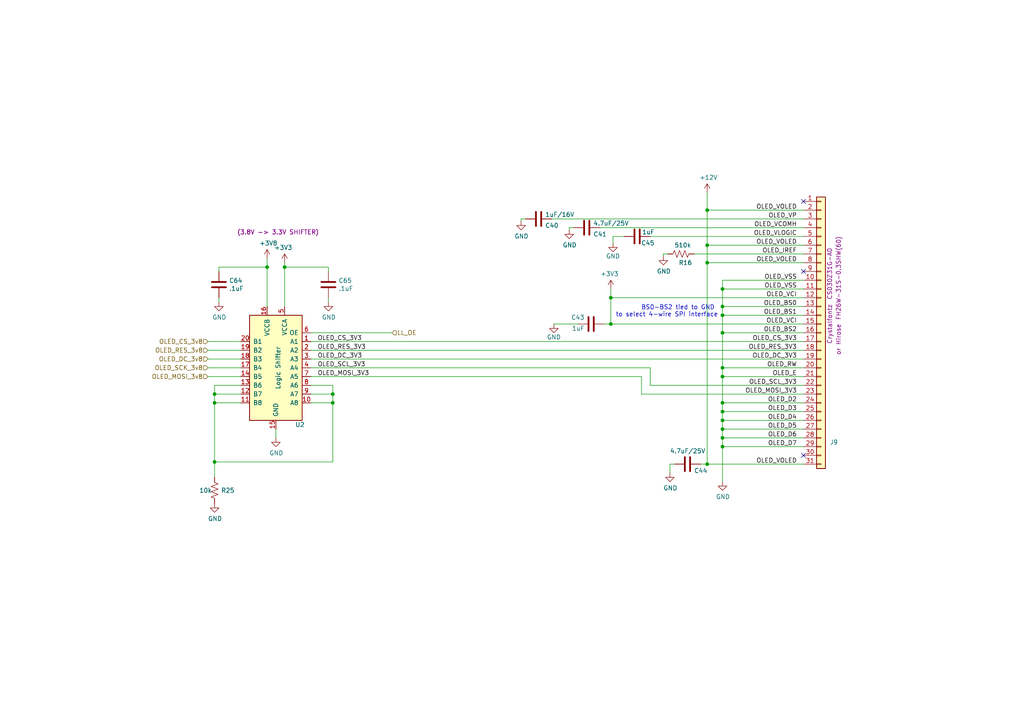
<source format=kicad_sch>
(kicad_sch (version 20211123) (generator eeschema)
  (paper "A4")
  (title_block (title "OLED DRIVER ") (comment 2 "FOR CRYSTALFONTZ P/N CFAL25664C0-021M-W "))
  (lib_symbols
    (symbol "Connector_Generic:Conn_01x31" (pin_names (offset 1.016) hide)
      (property "Reference" "J" (at 0 40.64 0))
      (property "Value" "Conn_01x31" (at 0 -40.64 0))
      (symbol "Conn_01x31_1_1"
        (rectangle (start -1.27 -37.973) (end 0 -38.227) (stroke (width 0.1524)))
        (rectangle (start -1.27 -35.433) (end 0 -35.687) (stroke (width 0.1524)))
        (rectangle (start -1.27 -32.893) (end 0 -33.147) (stroke (width 0.1524)))
        (rectangle (start -1.27 -30.353) (end 0 -30.607) (stroke (width 0.1524)))
        (rectangle (start -1.27 -27.813) (end 0 -28.067) (stroke (width 0.1524)))
        (rectangle (start -1.27 -25.273) (end 0 -25.527) (stroke (width 0.1524)))
        (rectangle (start -1.27 -22.733) (end 0 -22.987) (stroke (width 0.1524)))
        (rectangle (start -1.27 -20.193) (end 0 -20.447) (stroke (width 0.1524)))
        (rectangle (start -1.27 -17.653) (end 0 -17.907) (stroke (width 0.1524)))
        (rectangle (start -1.27 -15.113) (end 0 -15.367) (stroke (width 0.1524)))
        (rectangle (start -1.27 -12.573) (end 0 -12.827) (stroke (width 0.1524)))
        (rectangle (start -1.27 -10.033) (end 0 -10.287) (stroke (width 0.1524)))
        (rectangle (start -1.27 -7.493) (end 0 -7.747) (stroke (width 0.1524)))
        (rectangle (start -1.27 -4.953) (end 0 -5.207) (stroke (width 0.1524)))
        (rectangle (start -1.27 -2.413) (end 0 -2.667) (stroke (width 0.1524)))
        (rectangle (start -1.27 0.127) (end 0 -0.127) (stroke (width 0.1524)))
        (rectangle (start -1.27 2.667) (end 0 2.413) (stroke (width 0.1524)))
        (rectangle (start -1.27 5.207) (end 0 4.953) (stroke (width 0.1524)))
        (rectangle (start -1.27 7.747) (end 0 7.493) (stroke (width 0.1524)))
        (rectangle (start -1.27 10.287) (end 0 10.033) (stroke (width 0.1524)))
        (rectangle (start -1.27 12.827) (end 0 12.573) (stroke (width 0.1524)))
        (rectangle (start -1.27 15.367) (end 0 15.113) (stroke (width 0.1524)))
        (rectangle (start -1.27 17.907) (end 0 17.653) (stroke (width 0.1524)))
        (rectangle (start -1.27 20.447) (end 0 20.193) (stroke (width 0.1524)))
        (rectangle (start -1.27 22.987) (end 0 22.733) (stroke (width 0.1524)))
        (rectangle (start -1.27 25.527) (end 0 25.273) (stroke (width 0.1524)))
        (rectangle (start -1.27 28.067) (end 0 27.813) (stroke (width 0.1524)))
        (rectangle (start -1.27 30.607) (end 0 30.353) (stroke (width 0.1524)))
        (rectangle (start -1.27 33.147) (end 0 32.893) (stroke (width 0.1524)))
        (rectangle (start -1.27 35.687) (end 0 35.433) (stroke (width 0.1524)))
        (rectangle (start -1.27 38.227) (end 0 37.973) (stroke (width 0.1524)))
        (rectangle (start -1.27 39.37) (end 1.27 -39.37) (stroke (width 0.254)) (fill (type background)))
        (pin passive line (at -5.08 38.1 0) (length 3.81) (name "Pin_1") (number "1"))
        (pin passive line (at -5.08 15.24 0) (length 3.81) (name "Pin_10") (number "10"))
        (pin passive line (at -5.08 12.7 0) (length 3.81) (name "Pin_11") (number "11"))
        (pin passive line (at -5.08 10.16 0) (length 3.81) (name "Pin_12") (number "12"))
        (pin passive line (at -5.08 7.62 0) (length 3.81) (name "Pin_13") (number "13"))
        (pin passive line (at -5.08 5.08 0) (length 3.81) (name "Pin_14") (number "14"))
        (pin passive line (at -5.08 2.54 0) (length 3.81) (name "Pin_15") (number "15"))
        (pin passive line (at -5.08 0 0) (length 3.81) (name "Pin_16") (number "16"))
        (pin passive line (at -5.08 -2.54 0) (length 3.81) (name "Pin_17") (number "17"))
        (pin passive line (at -5.08 -5.08 0) (length 3.81) (name "Pin_18") (number "18"))
        (pin passive line (at -5.08 -7.62 0) (length 3.81) (name "Pin_19") (number "19"))
        (pin passive line (at -5.08 35.56 0) (length 3.81) (name "Pin_2") (number "2"))
        (pin passive line (at -5.08 -10.16 0) (length 3.81) (name "Pin_20") (number "20"))
        (pin passive line (at -5.08 -12.7 0) (length 3.81) (name "Pin_21") (number "21"))
        (pin passive line (at -5.08 -15.24 0) (length 3.81) (name "Pin_22") (number "22"))
        (pin passive line (at -5.08 -17.78 0) (length 3.81) (name "Pin_23") (number "23"))
        (pin passive line (at -5.08 -20.32 0) (length 3.81) (name "Pin_24") (number "24"))
        (pin passive line (at -5.08 -22.86 0) (length 3.81) (name "Pin_25") (number "25"))
        (pin passive line (at -5.08 -25.4 0) (length 3.81) (name "Pin_26") (number "26"))
        (pin passive line (at -5.08 -27.94 0) (length 3.81) (name "Pin_27") (number "27"))
        (pin passive line (at -5.08 -30.48 0) (length 3.81) (name "Pin_28") (number "28"))
        (pin passive line (at -5.08 -33.02 0) (length 3.81) (name "Pin_29") (number "29"))
        (pin passive line (at -5.08 33.02 0) (length 3.81) (name "Pin_3") (number "3"))
        (pin passive line (at -5.08 -35.56 0) (length 3.81) (name "Pin_30") (number "30"))
        (pin passive line (at -5.08 -38.1 0) (length 3.81) (name "Pin_31") (number "31"))
        (pin passive line (at -5.08 30.48 0) (length 3.81) (name "Pin_4") (number "4"))
        (pin passive line (at -5.08 27.94 0) (length 3.81) (name "Pin_5") (number "5"))
        (pin passive line (at -5.08 25.4 0) (length 3.81) (name "Pin_6") (number "6"))
        (pin passive line (at -5.08 22.86 0) (length 3.81) (name "Pin_7") (number "7"))
        (pin passive line (at -5.08 20.32 0) (length 3.81) (name "Pin_8") (number "8"))
        (pin passive line (at -5.08 17.78 0) (length 3.81) (name "Pin_9") (number "9"))
      )
    )
    (symbol "Device:C" (pin_numbers hide) (pin_names (offset 0.254))
      (property "Reference" "C" (at 0.635 2.54 0))
      (property "Value" "C" (at 0.635 -2.54 0))
      (symbol "C_0_1"
        (polyline (pts (xy -2.032 -0.762) (xy 2.032 -0.762)) (stroke (width 0.508)))
        (polyline (pts (xy -2.032 0.762) (xy 2.032 0.762)) (stroke (width 0.508)))
      )
      (symbol "C_1_1"
        (pin passive line (at 0 3.81 270) (length 2.794) (name "~") (number "1"))
        (pin passive line (at 0 -3.81 90) (length 2.794) (name "~") (number "2"))
      )
    )
    (symbol "Device:R_US" (pin_numbers hide) (pin_names (offset 0))
      (property "Reference" "R" (at 2.54 0 90))
      (property "Value" "R_US" (at -2.54 0 90))
      (symbol "R_US_0_1"
        (polyline (pts (xy 0 -2.286) (xy 0 -2.54)))
        (polyline (pts (xy 0 2.286) (xy 0 2.54)))
        (polyline (pts (xy 0 -0.762) (xy 1.016 -1.143) (xy 0 -1.524) (xy -1.016 -1.905) (xy 0 -2.286)))
        (polyline (pts (xy 0 0.762) (xy 1.016 0.381) (xy 0 0) (xy -1.016 -0.381) (xy 0 -0.762)))
        (polyline (pts (xy 0 2.286) (xy 1.016 1.905) (xy 0 1.524) (xy -1.016 1.143) (xy 0 0.762)))
      )
      (symbol "R_US_1_1"
        (pin passive line (at 0 3.81 270) (length 1.27) (name "~") (number "1"))
        (pin passive line (at 0 -3.81 90) (length 1.27) (name "~") (number "2"))
      )
    )
    (symbol "MyLibrary:TXB0108DQS" (pin_names (offset 1.016))
      (property "Reference" "U" (at 5.08 -16.51 0))
      (property "Value" "MyLibrary_TXB0108DQS" (at 0 0 90))
      (symbol "TXB0108DQS_1_1"
        (rectangle (start -7.62 15.24) (end 7.62 -15.24) (stroke (width 0.254)) (fill (type background)))
        (pin bidirectional line (at -10.16 7.62 0) (length 2.54) (name "A1") (number "1"))
        (pin bidirectional line (at -10.16 -10.16 0) (length 2.54) (name "A8") (number "10"))
        (pin bidirectional line (at 10.16 -10.16 180) (length 2.54) (name "B8") (number "11"))
        (pin bidirectional line (at 10.16 -7.62 180) (length 2.54) (name "B7") (number "12"))
        (pin bidirectional line (at 10.16 -5.08 180) (length 2.54) (name "B6") (number "13"))
        (pin bidirectional line (at 10.16 -2.54 180) (length 2.54) (name "B5") (number "14"))
        (pin power_in line (at 0 -17.78 90) (length 2.54) (name "GND") (number "15"))
        (pin power_in line (at 2.54 17.78 270) (length 2.54) (name "VCCB") (number "16"))
        (pin bidirectional line (at 10.16 0 180) (length 2.54) (name "B4") (number "17"))
        (pin bidirectional line (at 10.16 2.54 180) (length 2.54) (name "B3") (number "18"))
        (pin bidirectional line (at 10.16 5.08 180) (length 2.54) (name "B2") (number "19"))
        (pin bidirectional line (at -10.16 5.08 0) (length 2.54) (name "A2") (number "2"))
        (pin bidirectional line (at 10.16 7.62 180) (length 2.54) (name "B1") (number "20"))
        (pin bidirectional line (at -10.16 2.54 0) (length 2.54) (name "A3") (number "3"))
        (pin bidirectional line (at -10.16 0 0) (length 2.54) (name "A4") (number "4"))
        (pin power_in line (at -2.54 17.78 270) (length 2.54) (name "VCCA") (number "5"))
        (pin input line (at -10.16 10.16 0) (length 2.54) (name "OE") (number "6"))
        (pin bidirectional line (at -10.16 -2.54 0) (length 2.54) (name "A5") (number "7"))
        (pin bidirectional line (at -10.16 -5.08 0) (length 2.54) (name "A6") (number "8"))
        (pin bidirectional line (at -10.16 -7.62 0) (length 2.54) (name "A7") (number "9"))
      )
    )
    (symbol "power:+12V" (power) (pin_names (offset 0))
      (property "Value" "+12V" (at 0 3.556 0))
      (symbol "+12V_0_1"
        (polyline (pts (xy -0.762 1.27) (xy 0 2.54)))
        (polyline (pts (xy 0 0) (xy 0 2.54)))
        (polyline (pts (xy 0 2.54) (xy 0.762 1.27)))
      )
      (symbol "+12V_1_1"
        (pin power_in line (at 0 0 90) (length 0) hide (name "+12V") (number "1"))
      )
    )
    (symbol "power:+3V3" (power) (pin_names (offset 0))
      (property "Value" "+3V3" (at 0 3.556 0))
      (symbol "+3V3_0_1"
        (polyline (pts (xy -0.762 1.27) (xy 0 2.54)))
        (polyline (pts (xy 0 0) (xy 0 2.54)))
        (polyline (pts (xy 0 2.54) (xy 0.762 1.27)))
      )
      (symbol "+3V3_1_1"
        (pin power_in line (at 0 0 90) (length 0) hide (name "+3V3") (number "1"))
      )
    )
    (symbol "power:+3V8" (power) (pin_names (offset 0))
      (property "Value" "+3V8" (at 0 3.556 0))
      (symbol "+3V8_0_1"
        (polyline (pts (xy -0.762 1.27) (xy 0 2.54)))
        (polyline (pts (xy 0 0) (xy 0 2.54)))
        (polyline (pts (xy 0 2.54) (xy 0.762 1.27)))
      )
      (symbol "+3V8_1_1"
        (pin power_in line (at 0 0 90) (length 0) hide (name "+3V8") (number "1"))
      )
    )
    (symbol "power:GND" (power) (pin_names (offset 0))
      (property "Value" "GND" (at 0 -3.81 0))
      (symbol "GND_0_1"
        (polyline (pts (xy 0 0) (xy 0 -1.27) (xy 1.27 -1.27) (xy 0 -2.54) (xy -1.27 -1.27) (xy 0 -1.27)))
      )
      (symbol "GND_1_1"
        (pin power_in line (at 0 0 270) (length 0) hide (name "GND") (number "1"))
      )
    )
  )
  (junction (at 62.23 114.3))
  (junction (at 209.55 124.46))
  (junction (at 205.105 76.2))
  (junction (at 209.55 127))
  (junction (at 62.23 133.985))
  (junction (at 209.55 96.52))
  (junction (at 177.165 86.36))
  (junction (at 209.55 129.54))
  (junction (at 62.23 116.84))
  (junction (at 209.55 119.38))
  (junction (at 209.55 116.84))
  (junction (at 82.55 77.47))
  (junction (at 209.55 88.9))
  (junction (at 205.105 71.12))
  (junction (at 209.55 109.22))
  (junction (at 177.165 93.98))
  (junction (at 209.55 83.82))
  (junction (at 209.55 106.68))
  (junction (at 209.55 91.44))
  (junction (at 77.47 77.47))
  (junction (at 96.52 114.3))
  (junction (at 205.105 134.62))
  (junction (at 205.105 60.96))
  (junction (at 209.55 121.92))
  (junction (at 96.52 116.84))
  (no_connect (at 233.045 132.08))
  (no_connect (at 233.045 58.42))
  (no_connect (at 233.045 78.74))
  (wire (pts (xy 96.52 133.985) (xy 62.23 133.985)))
  (wire (pts (xy 209.55 121.92) (xy 209.55 119.38)))
  (wire (pts (xy 60.325 99.06) (xy 69.85 99.06)))
  (wire (pts (xy 177.165 93.98) (xy 177.165 86.36)))
  (wire (pts (xy 209.55 81.28) (xy 233.045 81.28)))
  (wire (pts (xy 209.55 88.9) (xy 209.55 83.82)))
  (wire (pts (xy 62.23 114.3) (xy 69.85 114.3)))
  (wire (pts (xy 186.055 109.22) (xy 90.17 109.22)))
  (wire (pts (xy 95.25 78.74) (xy 95.25 77.47)))
  (wire (pts (xy 62.23 116.84) (xy 62.23 114.3)))
  (wire (pts (xy 188.595 68.58) (xy 233.045 68.58)))
  (wire (pts (xy 177.8 70.485) (xy 177.8 68.58)))
  (wire (pts (xy 96.52 116.84) (xy 96.52 114.3)))
  (wire (pts (xy 95.25 87.63) (xy 95.25 86.36)))
  (wire (pts (xy 90.17 116.84) (xy 96.52 116.84)))
  (wire (pts (xy 233.045 129.54) (xy 209.55 129.54)))
  (wire (pts (xy 192.405 73.66) (xy 192.405 74.295)))
  (wire (pts (xy 77.47 88.9) (xy 77.47 77.47)))
  (wire (pts (xy 233.045 91.44) (xy 209.55 91.44)))
  (wire (pts (xy 233.045 83.82) (xy 209.55 83.82)))
  (wire (pts (xy 77.47 77.47) (xy 77.47 74.93)))
  (wire (pts (xy 69.85 116.84) (xy 62.23 116.84)))
  (wire (pts (xy 62.23 116.84) (xy 62.23 133.985)))
  (wire (pts (xy 233.045 134.62) (xy 205.105 134.62)))
  (wire (pts (xy 209.55 106.68) (xy 209.55 109.22)))
  (wire (pts (xy 62.23 133.985) (xy 62.23 138.43)))
  (wire (pts (xy 209.55 124.46) (xy 209.55 121.92)))
  (wire (pts (xy 233.045 124.46) (xy 209.55 124.46)))
  (wire (pts (xy 233.045 106.68) (xy 209.55 106.68)))
  (wire (pts (xy 188.595 111.76) (xy 233.045 111.76)))
  (wire (pts (xy 63.5 77.47) (xy 63.5 78.74)))
  (wire (pts (xy 209.55 139.7) (xy 209.55 129.54)))
  (wire (pts (xy 205.105 60.96) (xy 233.045 60.96)))
  (wire (pts (xy 151.13 63.5) (xy 151.13 64.135)))
  (wire (pts (xy 95.25 77.47) (xy 82.55 77.47)))
  (wire (pts (xy 205.105 60.96) (xy 205.105 55.88)))
  (wire (pts (xy 90.17 106.68) (xy 188.595 106.68)))
  (wire (pts (xy 233.045 119.38) (xy 209.55 119.38)))
  (wire (pts (xy 173.99 66.04) (xy 233.045 66.04)))
  (wire (pts (xy 96.52 114.3) (xy 96.52 111.76)))
  (wire (pts (xy 188.595 106.68) (xy 188.595 111.76)))
  (wire (pts (xy 60.325 106.68) (xy 69.85 106.68)))
  (wire (pts (xy 151.13 63.5) (xy 152.4 63.5)))
  (wire (pts (xy 80.01 124.46) (xy 80.01 127)))
  (wire (pts (xy 63.5 87.63) (xy 63.5 86.36)))
  (wire (pts (xy 194.31 137.16) (xy 194.31 134.62)))
  (wire (pts (xy 166.37 66.04) (xy 165.1 66.04)))
  (wire (pts (xy 209.55 119.38) (xy 209.55 116.84)))
  (wire (pts (xy 233.045 63.5) (xy 160.02 63.5)))
  (wire (pts (xy 209.55 121.92) (xy 233.045 121.92)))
  (wire (pts (xy 233.045 71.12) (xy 205.105 71.12)))
  (wire (pts (xy 77.47 77.47) (xy 63.5 77.47)))
  (wire (pts (xy 209.55 109.22) (xy 233.045 109.22)))
  (wire (pts (xy 177.165 83.82) (xy 177.165 86.36)))
  (wire (pts (xy 233.045 76.2) (xy 205.105 76.2)))
  (wire (pts (xy 165.1 66.04) (xy 165.1 66.675)))
  (wire (pts (xy 60.325 104.14) (xy 69.85 104.14)))
  (wire (pts (xy 90.17 104.14) (xy 233.045 104.14)))
  (wire (pts (xy 82.55 76.2) (xy 82.55 77.47)))
  (wire (pts (xy 233.045 86.36) (xy 177.165 86.36)))
  (wire (pts (xy 205.105 71.12) (xy 205.105 60.96)))
  (wire (pts (xy 90.17 114.3) (xy 96.52 114.3)))
  (wire (pts (xy 209.55 127) (xy 209.55 124.46)))
  (wire (pts (xy 203.2 134.62) (xy 205.105 134.62)))
  (wire (pts (xy 233.045 93.98) (xy 177.165 93.98)))
  (wire (pts (xy 60.325 109.22) (xy 69.85 109.22)))
  (wire (pts (xy 205.105 76.2) (xy 205.105 71.12)))
  (wire (pts (xy 233.045 73.66) (xy 201.295 73.66)))
  (wire (pts (xy 175.26 93.98) (xy 177.165 93.98)))
  (wire (pts (xy 186.055 114.3) (xy 186.055 109.22)))
  (wire (pts (xy 90.17 99.06) (xy 233.045 99.06)))
  (wire (pts (xy 209.55 106.68) (xy 209.55 96.52)))
  (wire (pts (xy 209.55 96.52) (xy 209.55 91.44)))
  (wire (pts (xy 209.55 116.84) (xy 233.045 116.84)))
  (wire (pts (xy 96.52 111.76) (xy 90.17 111.76)))
  (wire (pts (xy 209.55 83.82) (xy 209.55 81.28)))
  (wire (pts (xy 194.31 134.62) (xy 195.58 134.62)))
  (wire (pts (xy 192.405 73.66) (xy 193.675 73.66)))
  (wire (pts (xy 209.55 91.44) (xy 209.55 88.9)))
  (wire (pts (xy 205.105 134.62) (xy 205.105 76.2)))
  (wire (pts (xy 60.325 101.6) (xy 69.85 101.6)))
  (wire (pts (xy 233.045 114.3) (xy 186.055 114.3)))
  (wire (pts (xy 233.045 96.52) (xy 209.55 96.52)))
  (wire (pts (xy 90.17 96.52) (xy 113.665 96.52)))
  (wire (pts (xy 90.17 101.6) (xy 233.045 101.6)))
  (wire (pts (xy 180.975 68.58) (xy 177.8 68.58)))
  (wire (pts (xy 62.23 114.3) (xy 62.23 111.76)))
  (wire (pts (xy 82.55 77.47) (xy 82.55 88.9)))
  (wire (pts (xy 233.045 88.9) (xy 209.55 88.9)))
  (wire (pts (xy 209.55 129.54) (xy 209.55 127)))
  (wire (pts (xy 209.55 127) (xy 233.045 127)))
  (wire (pts (xy 160.655 93.98) (xy 167.64 93.98)))
  (wire (pts (xy 96.52 116.84) (xy 96.52 133.985)))
  (wire (pts (xy 209.55 116.84) (xy 209.55 109.22)))
  (wire (pts (xy 62.23 111.76) (xy 69.85 111.76)))
  (text "BS0-BS2 tied to GND \nto select 4-wire SPI interface" (at 208.28 92.075 0) (effects (font (size 1.27 1.27)) (justify right bottom)))
  (label "OLED_D2" (at 231.14 116.84 180))
  (label "OLED_RES_3V3" (at 92.075 101.6 0))
  (label "OLED_D4" (at 231.14 121.92 180))
  (label "OLED_VCI" (at 231.14 93.98 180))
  (label "OLED_BS2" (at 231.14 96.52 180))
  (label "OLED_BS1" (at 231.14 91.44 180))
  (label "OLED_BS0" (at 231.14 88.9 180))
  (label "OLED_VSS" (at 231.14 81.28 180))
  (label "OLED_VOLED" (at 231.14 71.12 180))
  (label "OLED_D3" (at 231.14 119.38 180))
  (label "OLED_CS_3V3" (at 231.14 99.06 180))
  (label "OLED_VOLED" (at 231.14 134.62 180))
  (label "OLED_IREF" (at 231.14 73.66 180))
  (label "OLED_DC_3V3" (at 231.14 104.14 180))
  (label "OLED_CS_3V3" (at 92.075 99.06 0))
  (label "OLED_VP" (at 231.14 63.5 180))
  (label "OLED_VOLED" (at 231.14 76.2 180))
  (label "OLED_D5" (at 231.14 124.46 180))
  (label "OLED_D7" (at 231.14 129.54 180))
  (label "OLED_DC_3V3" (at 92.075 104.14 0))
  (label "OLED_VLOGIC" (at 231.14 68.58 180))
  (label "OLED_MOSI_3V3" (at 231.14 114.3 180))
  (label "OLED_VSS" (at 231.14 83.82 180))
  (label "OLED_VCI" (at 231.14 86.36 180))
  (label "OLED_MOSI_3V3" (at 92.075 109.22 0))
  (label "OLED_RW" (at 231.14 106.68 180))
  (label "OLED_SCL_3V3" (at 92.075 106.68 0))
  (label "OLED_VCOMH" (at 231.14 66.04 180))
  (label "OLED_SCL_3V3" (at 231.14 111.76 180))
  (label "OLED_D6" (at 231.14 127 180))
  (label "OLED_VOLED" (at 231.14 60.96 180))
  (label "OLED_E" (at 231.14 109.22 180))
  (label "OLED_RES_3V3" (at 231.14 101.6 180))
  (hierarchical_label "OLED_RES_3v8" (shape input) (at 60.325 101.6 180))
  (hierarchical_label "OLED_SCK_3v8" (shape input) (at 60.325 106.68 180))
  (hierarchical_label "OLED_CS_3v8" (shape input) (at 60.325 99.06 180))
  (hierarchical_label "OLED_DC_3v8" (shape input) (at 60.325 104.14 180))
  (hierarchical_label "LL_OE" (shape input) (at 113.665 96.52 0))
  (hierarchical_label "OLED_MOSI_3v8" (shape input) (at 60.325 109.22 180))
  (symbol (lib_id "power:+3V3") (at 177.165 83.82 0) (mirror y) (unit 1)
    (property "Reference" "#PWR0221" (effects hide))
    (property "Value" "+3V3" (at 176.784 79.4258 0))
  )
  (symbol (lib_id "power:+12V") (at 205.105 55.88 0) (unit 1)
    (property "Reference" "#PWR0230" (effects hide))
    (property "Value" "+12V" (at 205.486 51.4858 0))
  )
  (symbol (lib_id "Connector_Generic:Conn_01x31") (at 238.125 96.52 0) (unit 1)
    (property "Reference" "J9" (at 240.665 128.27 0) (effects (justify left)))
    (property "Value" "FPC Connector for OLED" (effects hide))
    (property "Footprint" "MyFootprints:Hirose_FPC_FH26W-31S-0.3SHW(60)" (effects hide))
    (property "Mfg. Name" "Crystalfontz" (at 240.665 93.98 90))
    (property "Mfg. Part No." "CS030Z31G-A0" (at 240.665 79.375 90))
    (property "Alt. Mfg. Name" "or Hirose" (at 243.205 98.425 90))
    (property "Alt. Mfg. Par No." "FH26W-31S-0.3SHW(60)" (at 243.205 80.645 90))
  )
  (symbol (lib_id "power:GND") (at 177.8 70.485 0) (unit 1)
    (property "Reference" "#PWR0231" (effects hide))
    (property "Value" "GND" (at 177.8 74.295 0))
  )
  (symbol (lib_id "Device:C") (at 184.785 68.58 90) (unit 1)
    (property "Reference" "C45" (at 189.865 70.485 90) (effects (justify left)))
    (property "Value" "1uF" (at 189.865 67.31 90) (effects (justify left)))
    (property "Footprint" "Capacitor_SMD:C_0402_1005Metric" (effects hide))
    (property "Mfg. Name" "Kemet" (effects hide))
    (property "Mfg. Part No." "C0402C105K9PACTU" (effects hide))
  )
  (symbol (lib_id "power:GND") (at 209.55 139.7 0) (unit 1)
    (property "Reference" "#PWR0232" (effects hide))
    (property "Value" "GND" (at 209.677 144.0942 0))
  )
  (symbol (lib_id "Device:C") (at 156.21 63.5 270) (unit 1)
    (property "Reference" "C40" (at 158.115 65.405 90) (effects (justify left)))
    (property "Value" "1uF/16V" (at 158.115 62.23 90) (effects (justify left)))
    (property "Footprint" "Capacitor_SMD:C_0805_2012Metric" (effects hide))
    (property "Mfg. Name" "Kemet" (effects hide))
    (property "Mfg. Part No." "C0805C105K4RACTU" (effects hide))
  )
  (symbol (lib_id "power:GND") (at 151.13 64.135 0) (unit 1)
    (property "Reference" "#PWR0235" (effects hide))
    (property "Value" "GND" (at 151.257 68.5292 0))
  )
  (symbol (lib_id "Device:C") (at 170.18 66.04 270) (unit 1)
    (property "Reference" "C41" (at 172.085 67.945 90) (effects (justify left)))
    (property "Value" "4.7uF/25V" (at 172.085 64.77 90) (effects (justify left)))
    (property "Footprint" "Capacitor_SMD:C_0805_2012Metric" (effects hide))
    (property "Mfg. Name" "Kemet" (effects hide))
    (property "Mfg. Part No." "C0805C475K3PACTU" (effects hide))
  )
  (symbol (lib_id "power:GND") (at 194.31 137.16 0) (unit 1)
    (property "Reference" "#PWR0220" (effects hide))
    (property "Value" "GND" (at 194.437 141.5542 0))
  )
  (symbol (lib_id "Device:R_US") (at 197.485 73.66 270) (unit 1)
    (property "Reference" "R16" (at 196.85 76.2 90) (effects (justify left)))
    (property "Value" "510k" (at 195.58 71.12 90) (effects (justify left)))
    (property "Footprint" "Resistor_SMD:R_0603_1608Metric" (effects hide))
  )
  (symbol (lib_id "power:GND") (at 192.405 74.295 0) (unit 1)
    (property "Reference" "#PWR0222" (effects hide))
    (property "Value" "GND" (at 192.532 78.6892 0))
  )
  (symbol (lib_id "power:GND") (at 165.1 66.675 0) (unit 1)
    (property "Reference" "#PWR0236" (effects hide))
    (property "Value" "GND" (at 165.227 71.0692 0))
  )
  (symbol (lib_id "Device:C") (at 171.45 93.98 90) (unit 1)
    (property "Reference" "C43" (at 169.545 92.075 90) (effects (justify left)))
    (property "Value" "1uF" (at 169.545 95.25 90) (effects (justify left)))
    (property "Footprint" "Capacitor_SMD:C_0402_1005Metric" (effects hide))
    (property "Mfg. Name" "Kemet" (effects hide))
    (property "Mfg. Part No." "C0402C105K9PACTU" (effects hide))
  )
  (symbol (lib_id "power:GND") (at 160.655 93.98 0) (unit 1)
    (property "Reference" "#PWR0237" (effects hide))
    (property "Value" "GND" (at 160.655 97.79 0))
  )
  (symbol (lib_id "Device:C") (at 199.39 134.62 270) (unit 1)
    (property "Reference" "C44" (at 201.295 136.525 90) (effects (justify left)))
    (property "Value" "4.7uF/25V" (at 194.31 130.81 90) (effects (justify left)))
    (property "Footprint" "Capacitor_SMD:C_0805_2012Metric" (effects hide))
    (property "Mfg. Name" "Kemet" (effects hide))
    (property "Mfg. Part No." "C0805C475K3PACTU" (effects hide))
  )
  (symbol (lib_id "power:+3V8") (at 77.47 74.93 0) (unit 1)
    (property "Reference" "#PWR0224" (effects hide))
    (property "Value" "+3V8" (at 77.851 70.5358 0))
  )
  (symbol (lib_id "power:GND") (at 95.25 87.63 0) (unit 1)
    (property "Reference" "#PWR0173" (effects hide))
    (property "Value" "GND" (at 95.377 92.0242 0))
  )
  (symbol (lib_id "power:GND") (at 62.23 146.05 0) (unit 1)
    (property "Reference" "#PWR0226" (effects hide))
    (property "Value" "GND" (at 62.357 150.4442 0))
  )
  (symbol (lib_id "Device:C") (at 63.5 82.55 0) (unit 1)
    (property "Reference" "C64" (at 66.421 81.3816 0) (effects (justify left)))
    (property "Value" ".1uF" (at 66.421 83.693 0) (effects (justify left)))
    (property "Footprint" "Capacitor_SMD:C_0603_1608Metric" (effects hide))
  )
  (symbol (lib_id "power:+3V3") (at 82.55 76.2 0) (mirror y) (unit 1)
    (property "Reference" "#PWR0223" (effects hide))
    (property "Value" "+3V3" (at 82.169 71.8058 0))
  )
  (symbol (lib_id "power:GND") (at 80.01 127 0) (unit 1)
    (property "Reference" "#PWR0225" (effects hide))
    (property "Value" "GND" (at 80.137 131.3942 0))
  )
  (symbol (lib_id "MyLibrary:TXB0108DQS") (at 80.01 106.68 0) (mirror y) (unit 1)
    (property "Reference" "U2" (at 86.995 123.19 0))
    (property "Value" "Logic Shifter" (at 80.645 106.68 90))
    (property "Footprint" "MyFootprints:TXB0108_USON-20_2x4mm_P0.4mm" (effects hide))
    (property "Datasheet" "http://www.ti.com/lit/ds/symlink/txb0108.pdf" (effects hide))
    (property "Label" "(3.8V -> 3.3V SHIFTER)" (at 80.645 67.31 0))
    (property "Mfg. Name" "TI" (effects hide))
    (property "Mfg. Part No." "TXB0108DQSR" (effects hide))
  )
  (symbol (lib_id "Device:R_US") (at 62.23 142.24 0) (unit 1)
    (property "Reference" "R25" (at 64.135 142.24 0) (effects (justify left)))
    (property "Value" "10k" (at 57.785 142.24 0) (effects (justify left)))
    (property "Footprint" "Resistor_SMD:R_0603_1608Metric" (effects hide))
  )
  (symbol (lib_id "power:GND") (at 63.5 87.63 0) (unit 1)
    (property "Reference" "#PWR0219" (effects hide))
    (property "Value" "GND" (at 63.627 92.0242 0))
  )
  (symbol (lib_id "Device:C") (at 95.25 82.55 0) (unit 1)
    (property "Reference" "C65" (at 98.171 81.3816 0) (effects (justify left)))
    (property "Value" ".1uF" (at 98.171 83.693 0) (effects (justify left)))
    (property "Footprint" "Capacitor_SMD:C_0603_1608Metric" (effects hide))
  )
)
</source>
